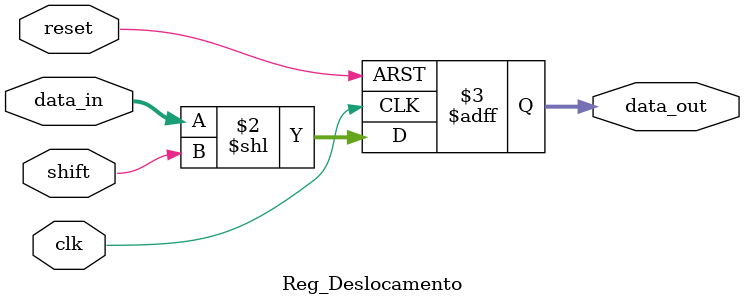
<source format=sv>
parameter NBITS_DATA = 4;
parameter NBITS_SHIFT = 1;
module Reg_Deslocamento(
  input logic clk, reset,
  input logic [NBITS_SHIFT-1:0] shift,
  input logic signed [NBITS_DATA-1:0] data_in,
  output logic signed [NBITS_DATA-1:0] data_out
);
  always_ff @ (posedge reset or posedge clk) begin
    if (reset)
      data_out <= 0;
    else
      data_out <= data_in << shift;
  end
endmodule
</source>
